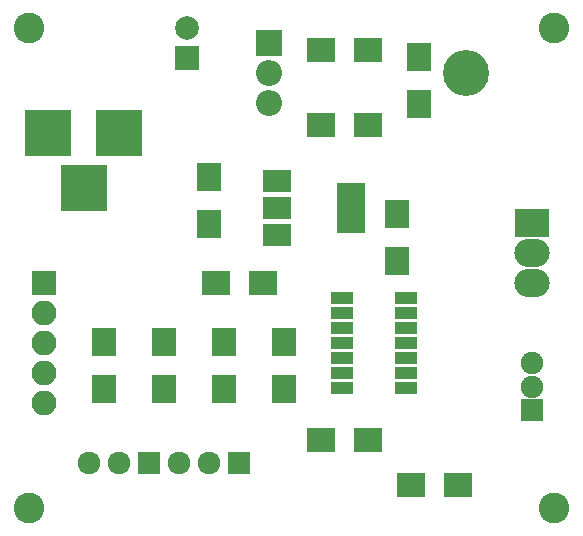
<source format=gbr>
G04 #@! TF.FileFunction,Soldermask,Bot*
%FSLAX46Y46*%
G04 Gerber Fmt 4.6, Leading zero omitted, Abs format (unit mm)*
G04 Created by KiCad (PCBNEW 4.0.7) date Sunday, March 04, 2018 'PMt' 09:17:10 PM*
%MOMM*%
%LPD*%
G01*
G04 APERTURE LIST*
%ADD10C,0.100000*%
%ADD11C,2.600000*%
%ADD12R,2.000000X2.400000*%
%ADD13R,2.000000X2.000000*%
%ADD14C,2.000000*%
%ADD15R,3.900000X3.900000*%
%ADD16R,2.400000X2.100000*%
%ADD17O,3.900000X3.900000*%
%ADD18R,2.200000X2.200000*%
%ADD19O,2.200000X2.200000*%
%ADD20R,1.900000X1.000000*%
%ADD21R,1.900000X1.900000*%
%ADD22C,1.900000*%
%ADD23R,3.000000X2.400000*%
%ADD24O,3.000000X2.400000*%
%ADD25R,2.400000X4.200000*%
%ADD26R,2.400000X1.900000*%
%ADD27R,2.100000X2.400000*%
%ADD28R,2.100000X2.100000*%
%ADD29O,2.100000X2.100000*%
%ADD30C,1.920000*%
%ADD31R,1.920000X1.920000*%
G04 APERTURE END LIST*
D10*
D11*
X97790000Y-16510000D03*
X53340000Y-57150000D03*
X97790000Y-57150000D03*
D12*
X68580000Y-29115000D03*
X68580000Y-33115000D03*
D13*
X66675000Y-19050000D03*
D14*
X66675000Y-16550000D03*
D12*
X84455000Y-32290000D03*
X84455000Y-36290000D03*
X86360000Y-18955000D03*
X86360000Y-22955000D03*
D15*
X60960000Y-25400000D03*
X54960000Y-25400000D03*
X57960000Y-30100000D03*
D16*
X82010000Y-18415000D03*
X78010000Y-18415000D03*
X78010000Y-24765000D03*
X82010000Y-24765000D03*
X82010000Y-51435000D03*
X78010000Y-51435000D03*
X85630000Y-55245000D03*
X89630000Y-55245000D03*
D17*
X90320000Y-20320000D03*
D18*
X73660000Y-17780000D03*
D19*
X73660000Y-20320000D03*
X73660000Y-22860000D03*
D20*
X85250000Y-39370000D03*
X85250000Y-40640000D03*
X85250000Y-41910000D03*
X85250000Y-43180000D03*
X85250000Y-44450000D03*
X85250000Y-45720000D03*
X85250000Y-46990000D03*
X79850000Y-46990000D03*
X79850000Y-45720000D03*
X79850000Y-44450000D03*
X79850000Y-43180000D03*
X79850000Y-41910000D03*
X79850000Y-40640000D03*
X79850000Y-39370000D03*
D21*
X95885000Y-48895000D03*
D22*
X95885000Y-46895000D03*
X95885000Y-44895000D03*
D23*
X95885000Y-33020000D03*
D24*
X95885000Y-35560000D03*
X95885000Y-38100000D03*
D25*
X80620000Y-31750000D03*
D26*
X74320000Y-31750000D03*
X74320000Y-29450000D03*
X74320000Y-34050000D03*
D27*
X64770000Y-43085000D03*
X64770000Y-47085000D03*
D28*
X54610000Y-38100000D03*
D29*
X54610000Y-40640000D03*
X54610000Y-43180000D03*
X54610000Y-45720000D03*
X54610000Y-48260000D03*
D27*
X74930000Y-43085000D03*
X74930000Y-47085000D03*
D16*
X73120000Y-38100000D03*
X69120000Y-38100000D03*
D27*
X59690000Y-43085000D03*
X59690000Y-47085000D03*
X69850000Y-43085000D03*
X69850000Y-47085000D03*
D11*
X53340000Y-16510000D03*
D30*
X60960000Y-53340000D03*
X58420000Y-53340000D03*
D31*
X63500000Y-53340000D03*
D30*
X68580000Y-53340000D03*
X66040000Y-53340000D03*
D31*
X71120000Y-53340000D03*
M02*

</source>
